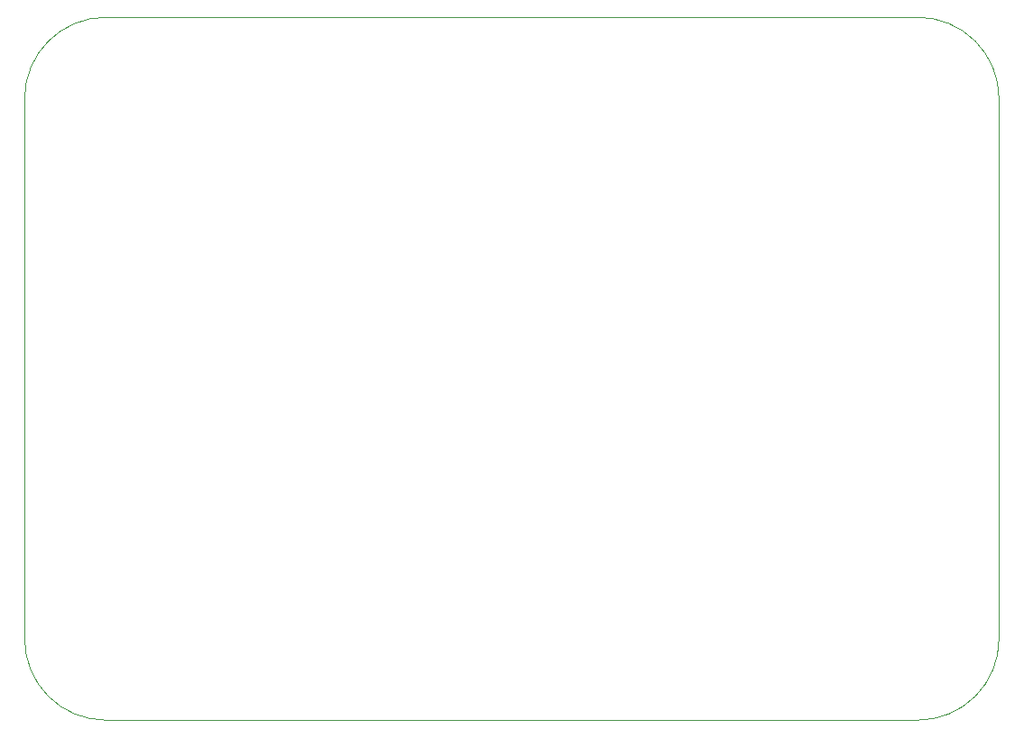
<source format=gbr>
%TF.GenerationSoftware,KiCad,Pcbnew,7.0.1*%
%TF.CreationDate,2023-04-06T15:25:49-05:00*%
%TF.ProjectId,mqtt_particle_sensor,6d717474-5f70-4617-9274-69636c655f73,B*%
%TF.SameCoordinates,Original*%
%TF.FileFunction,Profile,NP*%
%FSLAX46Y46*%
G04 Gerber Fmt 4.6, Leading zero omitted, Abs format (unit mm)*
G04 Created by KiCad (PCBNEW 7.0.1) date 2023-04-06 15:25:49*
%MOMM*%
%LPD*%
G01*
G04 APERTURE LIST*
%TA.AperFunction,Profile*%
%ADD10C,0.050000*%
%TD*%
%TA.AperFunction,Profile*%
%ADD11C,0.100000*%
%TD*%
G04 APERTURE END LIST*
D10*
X127000000Y-43180000D02*
X50800000Y-43180000D01*
X50800000Y-43180000D02*
G75*
G03*
X43180000Y-50800000I0J-7620000D01*
G01*
X126999999Y-109219999D02*
G75*
G03*
X134619999Y-101599999I1J7619999D01*
G01*
X43180000Y-50800000D02*
X43180000Y-101600000D01*
D11*
X134619999Y-101599999D02*
X134619999Y-50800001D01*
D10*
X43180000Y-101600000D02*
G75*
G03*
X50800000Y-109220000I7620000J0D01*
G01*
X134619999Y-50800001D02*
G75*
G03*
X126999999Y-43180001I-7619999J1D01*
G01*
X50800000Y-109220000D02*
X127000000Y-109220000D01*
M02*

</source>
